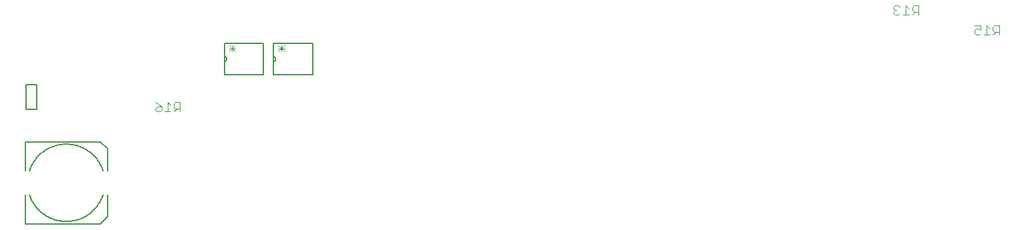
<source format=gbo>
G75*
%MOIN*%
%OFA0B0*%
%FSLAX25Y25*%
%IPPOS*%
%LPD*%
%AMOC8*
5,1,8,0,0,1.08239X$1,22.5*
%
%ADD10C,0.00600*%
%ADD11C,0.00300*%
%ADD12C,0.00800*%
%ADD13C,0.00400*%
D10*
X0123215Y0185768D02*
X0128825Y0185768D01*
X0128825Y0197925D01*
X0123215Y0197925D01*
X0123215Y0185768D01*
X0222245Y0203062D02*
X0222245Y0209662D01*
X0222245Y0212062D01*
X0222245Y0218662D01*
X0241845Y0218662D01*
X0241845Y0203062D01*
X0222245Y0203062D01*
X0222245Y0209662D02*
X0222314Y0209664D01*
X0222382Y0209670D01*
X0222450Y0209680D01*
X0222517Y0209693D01*
X0222583Y0209711D01*
X0222648Y0209732D01*
X0222712Y0209757D01*
X0222774Y0209785D01*
X0222835Y0209817D01*
X0222894Y0209852D01*
X0222950Y0209891D01*
X0223005Y0209933D01*
X0223056Y0209978D01*
X0223106Y0210026D01*
X0223152Y0210076D01*
X0223195Y0210129D01*
X0223236Y0210185D01*
X0223273Y0210242D01*
X0223306Y0210302D01*
X0223337Y0210364D01*
X0223363Y0210427D01*
X0223386Y0210491D01*
X0223406Y0210557D01*
X0223421Y0210624D01*
X0223433Y0210691D01*
X0223441Y0210759D01*
X0223445Y0210828D01*
X0223445Y0210896D01*
X0223441Y0210965D01*
X0223433Y0211033D01*
X0223421Y0211100D01*
X0223406Y0211167D01*
X0223386Y0211233D01*
X0223363Y0211297D01*
X0223337Y0211360D01*
X0223306Y0211422D01*
X0223273Y0211482D01*
X0223236Y0211539D01*
X0223195Y0211595D01*
X0223152Y0211648D01*
X0223106Y0211698D01*
X0223056Y0211746D01*
X0223005Y0211791D01*
X0222950Y0211833D01*
X0222894Y0211872D01*
X0222835Y0211907D01*
X0222774Y0211939D01*
X0222712Y0211967D01*
X0222648Y0211992D01*
X0222583Y0212013D01*
X0222517Y0212031D01*
X0222450Y0212044D01*
X0222382Y0212054D01*
X0222314Y0212060D01*
X0222245Y0212062D01*
X0246655Y0212062D02*
X0246655Y0209662D01*
X0246655Y0203062D01*
X0266255Y0203062D01*
X0266255Y0218662D01*
X0246655Y0218662D01*
X0246655Y0212062D01*
X0246724Y0212060D01*
X0246792Y0212054D01*
X0246860Y0212044D01*
X0246927Y0212031D01*
X0246993Y0212013D01*
X0247058Y0211992D01*
X0247122Y0211967D01*
X0247184Y0211939D01*
X0247245Y0211907D01*
X0247304Y0211872D01*
X0247360Y0211833D01*
X0247415Y0211791D01*
X0247466Y0211746D01*
X0247516Y0211698D01*
X0247562Y0211648D01*
X0247605Y0211595D01*
X0247646Y0211539D01*
X0247683Y0211482D01*
X0247716Y0211422D01*
X0247747Y0211360D01*
X0247773Y0211297D01*
X0247796Y0211233D01*
X0247816Y0211167D01*
X0247831Y0211100D01*
X0247843Y0211033D01*
X0247851Y0210965D01*
X0247855Y0210896D01*
X0247855Y0210828D01*
X0247851Y0210759D01*
X0247843Y0210691D01*
X0247831Y0210624D01*
X0247816Y0210557D01*
X0247796Y0210491D01*
X0247773Y0210427D01*
X0247747Y0210364D01*
X0247716Y0210302D01*
X0247683Y0210242D01*
X0247646Y0210185D01*
X0247605Y0210129D01*
X0247562Y0210076D01*
X0247516Y0210026D01*
X0247466Y0209978D01*
X0247415Y0209933D01*
X0247360Y0209891D01*
X0247304Y0209852D01*
X0247245Y0209817D01*
X0247184Y0209785D01*
X0247122Y0209757D01*
X0247058Y0209732D01*
X0246993Y0209711D01*
X0246927Y0209693D01*
X0246860Y0209680D01*
X0246792Y0209670D01*
X0246724Y0209664D01*
X0246655Y0209662D01*
D11*
X0249086Y0214503D02*
X0252222Y0217639D01*
X0252222Y0216071D02*
X0249086Y0216071D01*
X0249086Y0217639D02*
X0252222Y0214503D01*
X0250654Y0214503D02*
X0250654Y0217639D01*
X0227812Y0217639D02*
X0224676Y0214503D01*
X0224676Y0216071D02*
X0227812Y0216071D01*
X0227812Y0214503D02*
X0224676Y0217639D01*
X0226244Y0217639D02*
X0226244Y0214503D01*
D12*
X0160337Y0128461D02*
X0122935Y0128461D01*
X0122935Y0143028D01*
X0125100Y0142831D02*
X0125255Y0142384D01*
X0125421Y0141942D01*
X0125598Y0141503D01*
X0125785Y0141069D01*
X0125983Y0140640D01*
X0126191Y0140216D01*
X0126410Y0139797D01*
X0126638Y0139384D01*
X0126877Y0138976D01*
X0127126Y0138574D01*
X0127385Y0138178D01*
X0127653Y0137789D01*
X0127931Y0137407D01*
X0128217Y0137031D01*
X0128513Y0136663D01*
X0128818Y0136302D01*
X0129132Y0135948D01*
X0129454Y0135603D01*
X0129785Y0135265D01*
X0130124Y0134936D01*
X0130471Y0134614D01*
X0130825Y0134302D01*
X0131187Y0133998D01*
X0131556Y0133703D01*
X0131933Y0133418D01*
X0132316Y0133141D01*
X0132706Y0132875D01*
X0133103Y0132617D01*
X0133506Y0132370D01*
X0133914Y0132132D01*
X0134328Y0131905D01*
X0134748Y0131688D01*
X0135173Y0131481D01*
X0135603Y0131285D01*
X0136037Y0131099D01*
X0136476Y0130924D01*
X0136919Y0130759D01*
X0137366Y0130606D01*
X0137817Y0130463D01*
X0138271Y0130332D01*
X0138728Y0130212D01*
X0139188Y0130103D01*
X0139650Y0130005D01*
X0140115Y0129919D01*
X0140582Y0129844D01*
X0141050Y0129781D01*
X0141520Y0129729D01*
X0141990Y0129688D01*
X0142462Y0129659D01*
X0142934Y0129642D01*
X0143407Y0129636D01*
X0143880Y0129642D01*
X0144352Y0129659D01*
X0144824Y0129688D01*
X0145294Y0129729D01*
X0145764Y0129781D01*
X0146232Y0129844D01*
X0146699Y0129919D01*
X0147164Y0130005D01*
X0147626Y0130103D01*
X0148086Y0130212D01*
X0148543Y0130332D01*
X0148997Y0130463D01*
X0149448Y0130606D01*
X0149895Y0130759D01*
X0150338Y0130924D01*
X0150777Y0131099D01*
X0151211Y0131285D01*
X0151641Y0131481D01*
X0152066Y0131688D01*
X0152486Y0131905D01*
X0152900Y0132132D01*
X0153308Y0132370D01*
X0153711Y0132617D01*
X0154108Y0132875D01*
X0154498Y0133141D01*
X0154881Y0133418D01*
X0155258Y0133703D01*
X0155627Y0133998D01*
X0155989Y0134302D01*
X0156343Y0134614D01*
X0156690Y0134936D01*
X0157029Y0135265D01*
X0157360Y0135603D01*
X0157682Y0135948D01*
X0157996Y0136302D01*
X0158301Y0136663D01*
X0158597Y0137031D01*
X0158883Y0137407D01*
X0159161Y0137789D01*
X0159429Y0138178D01*
X0159688Y0138574D01*
X0159937Y0138976D01*
X0160176Y0139384D01*
X0160404Y0139797D01*
X0160623Y0140216D01*
X0160831Y0140640D01*
X0161029Y0141069D01*
X0161216Y0141503D01*
X0161393Y0141942D01*
X0161559Y0142384D01*
X0161714Y0142831D01*
X0163880Y0143028D02*
X0163880Y0132004D01*
X0160337Y0128461D01*
X0161714Y0155035D02*
X0161559Y0155482D01*
X0161393Y0155924D01*
X0161216Y0156363D01*
X0161029Y0156797D01*
X0160831Y0157226D01*
X0160623Y0157650D01*
X0160404Y0158069D01*
X0160176Y0158482D01*
X0159937Y0158890D01*
X0159688Y0159292D01*
X0159429Y0159688D01*
X0159161Y0160077D01*
X0158883Y0160459D01*
X0158597Y0160835D01*
X0158301Y0161203D01*
X0157996Y0161564D01*
X0157682Y0161918D01*
X0157360Y0162263D01*
X0157029Y0162601D01*
X0156690Y0162930D01*
X0156343Y0163252D01*
X0155989Y0163564D01*
X0155627Y0163868D01*
X0155258Y0164163D01*
X0154881Y0164448D01*
X0154498Y0164725D01*
X0154108Y0164991D01*
X0153711Y0165249D01*
X0153308Y0165496D01*
X0152900Y0165734D01*
X0152486Y0165961D01*
X0152066Y0166178D01*
X0151641Y0166385D01*
X0151211Y0166581D01*
X0150777Y0166767D01*
X0150338Y0166942D01*
X0149895Y0167107D01*
X0149448Y0167260D01*
X0148997Y0167403D01*
X0148543Y0167534D01*
X0148086Y0167654D01*
X0147626Y0167763D01*
X0147164Y0167861D01*
X0146699Y0167947D01*
X0146232Y0168022D01*
X0145764Y0168085D01*
X0145294Y0168137D01*
X0144824Y0168178D01*
X0144352Y0168207D01*
X0143880Y0168224D01*
X0143407Y0168230D01*
X0142934Y0168224D01*
X0142462Y0168207D01*
X0141990Y0168178D01*
X0141520Y0168137D01*
X0141050Y0168085D01*
X0140582Y0168022D01*
X0140115Y0167947D01*
X0139650Y0167861D01*
X0139188Y0167763D01*
X0138728Y0167654D01*
X0138271Y0167534D01*
X0137817Y0167403D01*
X0137366Y0167260D01*
X0136919Y0167107D01*
X0136476Y0166942D01*
X0136037Y0166767D01*
X0135603Y0166581D01*
X0135173Y0166385D01*
X0134748Y0166178D01*
X0134328Y0165961D01*
X0133914Y0165734D01*
X0133506Y0165496D01*
X0133103Y0165249D01*
X0132706Y0164991D01*
X0132316Y0164725D01*
X0131933Y0164448D01*
X0131556Y0164163D01*
X0131187Y0163868D01*
X0130825Y0163564D01*
X0130471Y0163252D01*
X0130124Y0162930D01*
X0129785Y0162601D01*
X0129454Y0162263D01*
X0129132Y0161918D01*
X0128818Y0161564D01*
X0128513Y0161203D01*
X0128217Y0160835D01*
X0127931Y0160459D01*
X0127653Y0160077D01*
X0127385Y0159688D01*
X0127126Y0159292D01*
X0126877Y0158890D01*
X0126638Y0158482D01*
X0126410Y0158069D01*
X0126191Y0157650D01*
X0125983Y0157226D01*
X0125785Y0156797D01*
X0125598Y0156363D01*
X0125421Y0155924D01*
X0125255Y0155482D01*
X0125100Y0155035D01*
X0122935Y0154839D02*
X0122935Y0169406D01*
X0160337Y0169406D01*
X0163880Y0165862D01*
X0163880Y0154839D01*
D13*
X0188616Y0184546D02*
X0187848Y0185314D01*
X0187848Y0186081D01*
X0188616Y0186848D01*
X0190918Y0186848D01*
X0190918Y0185314D01*
X0190150Y0184546D01*
X0188616Y0184546D01*
X0190918Y0186848D02*
X0189383Y0188383D01*
X0187848Y0189150D01*
X0193987Y0189150D02*
X0193987Y0184546D01*
X0195522Y0184546D02*
X0192452Y0184546D01*
X0195522Y0187616D02*
X0193987Y0189150D01*
X0197056Y0188383D02*
X0197056Y0186848D01*
X0197824Y0186081D01*
X0200126Y0186081D01*
X0200126Y0184546D02*
X0200126Y0189150D01*
X0197824Y0189150D01*
X0197056Y0188383D01*
X0198591Y0186081D02*
X0197056Y0184546D01*
X0556005Y0233700D02*
X0556772Y0232932D01*
X0558307Y0232932D01*
X0559074Y0233700D01*
X0560609Y0232932D02*
X0563678Y0232932D01*
X0562144Y0232932D02*
X0562144Y0237536D01*
X0563678Y0236002D01*
X0565213Y0236769D02*
X0565213Y0235234D01*
X0565980Y0234467D01*
X0568282Y0234467D01*
X0566748Y0234467D02*
X0565213Y0232932D01*
X0568282Y0232932D02*
X0568282Y0237536D01*
X0565980Y0237536D01*
X0565213Y0236769D01*
X0559074Y0236769D02*
X0558307Y0237536D01*
X0556772Y0237536D01*
X0556005Y0236769D01*
X0556005Y0236002D01*
X0556772Y0235234D01*
X0556005Y0234467D01*
X0556005Y0233700D01*
X0556772Y0235234D02*
X0557540Y0235234D01*
X0596313Y0227536D02*
X0599382Y0227536D01*
X0599382Y0225234D01*
X0597848Y0226002D01*
X0597080Y0226002D01*
X0596313Y0225234D01*
X0596313Y0223700D01*
X0597080Y0222932D01*
X0598615Y0222932D01*
X0599382Y0223700D01*
X0600917Y0222932D02*
X0603986Y0222932D01*
X0602452Y0222932D02*
X0602452Y0227536D01*
X0603986Y0226002D01*
X0605521Y0226769D02*
X0605521Y0225234D01*
X0606288Y0224467D01*
X0608590Y0224467D01*
X0607056Y0224467D02*
X0605521Y0222932D01*
X0608590Y0222932D02*
X0608590Y0227536D01*
X0606288Y0227536D01*
X0605521Y0226769D01*
M02*

</source>
